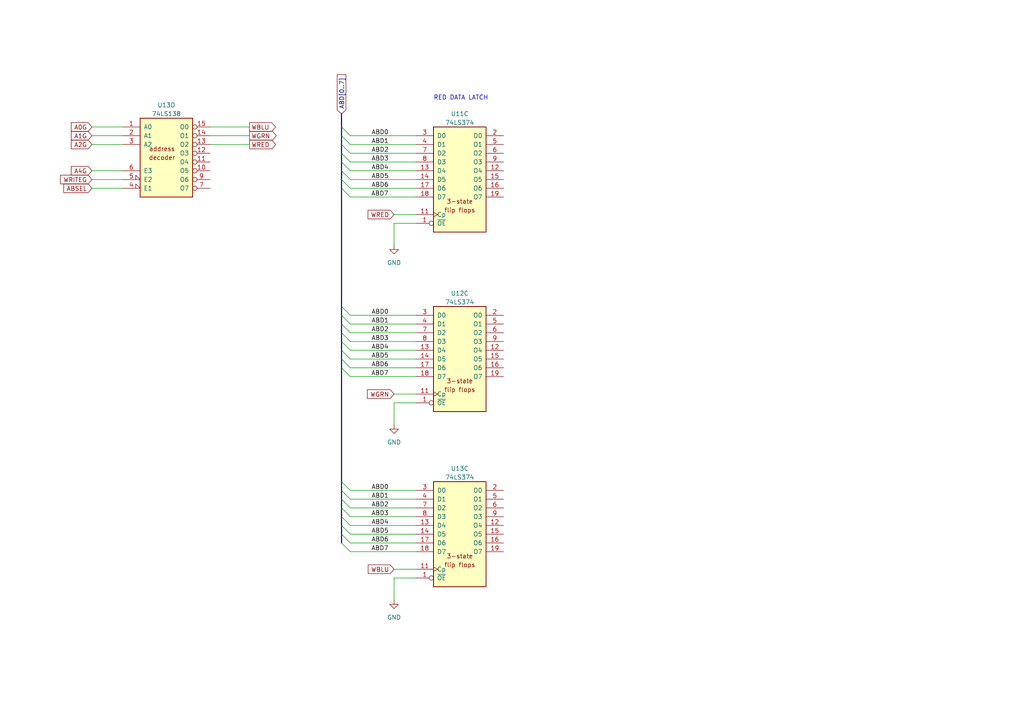
<source format=kicad_sch>
(kicad_sch (version 20230121) (generator eeschema)
  (paper "A4")
  (title_block (title "Exidy Universal Game Board II") (company "Anton Gale"))
  (lib_symbols
    (symbol "jt74:74LS138" (pin_names (offset 1.016))
      (property "Reference" "U" (at 6.35 11.43 0))
      (property "Value" "74LS138" (at 3.81 -13.97 0))
      (symbol "74LS138_0_0"
        (text "address" (at -1.27 1.27 0) (effects (font (size 1.27 1.27))))
        (text "decoder" (at -1.27 -1.27 0) (effects (font (size 1.27 1.27))))
      )
      (symbol "74LS138_1_0"
        (pin input line (at -12.7 7.62 0) (length 5.08) (name "A0") (number "1"))
        (pin output inverted (at 12.7 -5.08 180) (length 5.08) (name "O5") (number "10"))
        (pin output inverted (at 12.7 -2.54 180) (length 5.08) (name "O4") (number "11"))
        (pin output inverted (at 12.7 0 180) (length 5.08) (name "O3") (number "12"))
        (pin output inverted (at 12.7 2.54 180) (length 5.08) (name "O2") (number "13"))
        (pin output inverted (at 12.7 5.08 180) (length 5.08) (name "O1") (number "14"))
        (pin output inverted (at 12.7 7.62 180) (length 5.08) (name "O0") (number "15"))
        (pin input line (at -12.7 5.08 0) (length 5.08) (name "A1") (number "2"))
        (pin input line (at -12.7 2.54 0) (length 5.08) (name "A2") (number "3"))
        (pin input input_low (at -12.7 -10.16 0) (length 5.08) (name "E1") (number "4"))
        (pin input input_low (at -12.7 -7.62 0) (length 5.08) (name "E2") (number "5"))
        (pin input line (at -12.7 -5.08 0) (length 5.08) (name "E3") (number "6"))
        (pin output inverted (at 12.7 -10.16 180) (length 5.08) (name "O7") (number "7"))
        (pin output inverted (at 12.7 -7.62 180) (length 5.08) (name "O6") (number "9"))
      )
      (symbol "74LS138_1_1"
        (rectangle (start -7.62 10.16) (end 7.62 -12.7) (stroke (width 0.254)) (fill (type background)))
      )
    )
    (symbol "jt74:74LS374" (pin_names (offset 1.016))
      (property "Reference" "U" (at 0 1.27 0))
      (property "Value" "74LS374" (at 2.54 -13.97 0))
      (symbol "74LS374_0_0"
        (text "3-state" (at 0 -6.35 0) (effects (font (size 1.27 1.27))))
        (text "flip flops" (at 0 -8.89 0) (effects (font (size 1.27 1.27))))
      )
      (symbol "74LS374_1_0"
        (pin input inverted (at -12.7 -12.7 0) (length 5.08) (name "~{OE}") (number "1"))
        (pin input clock (at -12.7 -10.16 0) (length 5.08) (name "Cp") (number "11"))
        (pin tri_state line (at 12.7 2.54 180) (length 5.08) (name "O4") (number "12"))
        (pin input line (at -12.7 2.54 0) (length 5.08) (name "D4") (number "13"))
        (pin input line (at -12.7 0 0) (length 5.08) (name "D5") (number "14"))
        (pin tri_state line (at 12.7 0 180) (length 5.08) (name "O5") (number "15"))
        (pin tri_state line (at 12.7 -2.54 180) (length 5.08) (name "O6") (number "16"))
        (pin input line (at -12.7 -2.54 0) (length 5.08) (name "D6") (number "17"))
        (pin input line (at -12.7 -5.08 0) (length 5.08) (name "D7") (number "18"))
        (pin tri_state line (at 12.7 -5.08 180) (length 5.08) (name "O7") (number "19"))
        (pin tri_state line (at 12.7 12.7 180) (length 5.08) (name "O0") (number "2"))
        (pin input line (at -12.7 12.7 0) (length 5.08) (name "D0") (number "3"))
        (pin input line (at -12.7 10.16 0) (length 5.08) (name "D1") (number "4"))
        (pin tri_state line (at 12.7 10.16 180) (length 5.08) (name "O1") (number "5"))
        (pin tri_state line (at 12.7 7.62 180) (length 5.08) (name "O2") (number "6"))
        (pin input line (at -12.7 7.62 0) (length 5.08) (name "D2") (number "7"))
        (pin input line (at -12.7 5.08 0) (length 5.08) (name "D3") (number "8"))
        (pin tri_state line (at 12.7 5.08 180) (length 5.08) (name "O3") (number "9"))
      )
      (symbol "74LS374_1_1"
        (rectangle (start -7.62 15.24) (end 7.62 -15.24) (stroke (width 0.254)) (fill (type background)))
      )
    )
    (symbol "power:GND" (power) (pin_names (offset 0))
      (property "Value" "GND" (at 0 -3.81 0))
      (symbol "GND_0_1"
        (polyline (pts (xy 0 0) (xy 0 -1.27) (xy 1.27 -1.27) (xy 0 -2.54) (xy -1.27 -1.27) (xy 0 -1.27)))
      )
      (symbol "GND_1_1"
        (pin power_in line (at 0 0 270) (length 0) hide (name "GND") (number "1"))
      )
    )
  )
  (bus_entry (at 99.06 46.99) (size 2.54 2.54))
  (bus_entry (at 99.06 106.68) (size 2.54 2.54))
  (bus_entry (at 99.06 152.4) (size 2.54 2.54))
  (bus_entry (at 99.06 93.98) (size 2.54 2.54))
  (bus_entry (at 99.06 147.32) (size 2.54 2.54))
  (bus_entry (at 99.06 154.94) (size 2.54 2.54))
  (bus_entry (at 99.06 139.7) (size 2.54 2.54))
  (bus_entry (at 99.06 96.52) (size 2.54 2.54))
  (bus_entry (at 99.06 142.24) (size 2.54 2.54))
  (bus_entry (at 99.06 88.9) (size 2.54 2.54))
  (bus_entry (at 99.06 36.83) (size 2.54 2.54))
  (bus_entry (at 99.06 49.53) (size 2.54 2.54))
  (bus_entry (at 99.06 54.61) (size 2.54 2.54))
  (bus_entry (at 99.06 99.06) (size 2.54 2.54))
  (bus_entry (at 99.06 149.86) (size 2.54 2.54))
  (bus_entry (at 99.06 52.07) (size 2.54 2.54))
  (bus_entry (at 99.06 91.44) (size 2.54 2.54))
  (bus_entry (at 99.06 157.48) (size 2.54 2.54))
  (bus_entry (at 99.06 41.91) (size 2.54 2.54))
  (bus_entry (at 99.06 39.37) (size 2.54 2.54))
  (bus_entry (at 99.06 104.14) (size 2.54 2.54))
  (bus_entry (at 99.06 44.45) (size 2.54 2.54))
  (bus_entry (at 99.06 101.6) (size 2.54 2.54))
  (bus_entry (at 99.06 144.78) (size 2.54 2.54))
  (bus (pts (xy 99.06 142.24) (xy 99.06 144.78)))
  (wire (pts (xy 114.3 64.77) (xy 120.65 64.77)))
  (wire (pts (xy 120.65 39.37) (xy 101.6 39.37)))
  (bus (pts (xy 99.06 139.7) (xy 99.06 142.24)))
  (wire (pts (xy 120.65 157.48) (xy 101.6 157.48)))
  (bus (pts (xy 99.06 101.6) (xy 99.06 104.14)))
  (wire (pts (xy 120.65 62.23) (xy 114.3 62.23)))
  (wire (pts (xy 120.65 114.3) (xy 114.3 114.3)))
  (bus (pts (xy 99.06 104.14) (xy 99.06 106.68)))
  (bus (pts (xy 99.06 93.98) (xy 99.06 96.52)))
  (wire (pts (xy 120.65 93.98) (xy 101.6 93.98)))
  (wire (pts (xy 120.65 152.4) (xy 101.6 152.4)))
  (wire (pts (xy 120.65 101.6) (xy 101.6 101.6)))
  (wire (pts (xy 120.65 52.07) (xy 101.6 52.07)))
  (bus (pts (xy 99.06 41.91) (xy 99.06 44.45)))
  (bus (pts (xy 99.06 52.07) (xy 99.06 54.61)))
  (bus (pts (xy 99.06 149.86) (xy 99.06 152.4)))
  (wire (pts (xy 26.67 41.91) (xy 35.56 41.91)))
  (bus (pts (xy 99.06 147.32) (xy 99.06 149.86)))
  (bus (pts (xy 99.06 152.4) (xy 99.06 154.94)))
  (wire (pts (xy 114.3 116.84) (xy 120.65 116.84)))
  (wire (pts (xy 120.65 142.24) (xy 101.6 142.24)))
  (wire (pts (xy 60.96 39.37) (xy 72.39 39.37)))
  (wire (pts (xy 120.65 96.52) (xy 101.6 96.52)))
  (wire (pts (xy 114.3 116.84) (xy 114.3 123.19)))
  (bus (pts (xy 99.06 54.61) (xy 99.06 88.9)))
  (wire (pts (xy 120.65 149.86) (xy 101.6 149.86)))
  (bus (pts (xy 99.06 33.02) (xy 99.06 36.83)))
  (bus (pts (xy 99.06 49.53) (xy 99.06 52.07)))
  (wire (pts (xy 120.65 106.68) (xy 101.6 106.68)))
  (wire (pts (xy 114.3 64.77) (xy 114.3 71.12)))
  (wire (pts (xy 120.65 144.78) (xy 101.6 144.78)))
  (wire (pts (xy 120.65 160.02) (xy 101.6 160.02)))
  (wire (pts (xy 114.3 167.64) (xy 114.3 173.99)))
  (wire (pts (xy 120.65 147.32) (xy 101.6 147.32)))
  (bus (pts (xy 99.06 46.99) (xy 99.06 49.53)))
  (bus (pts (xy 99.06 44.45) (xy 99.06 46.99)))
  (bus (pts (xy 99.06 96.52) (xy 99.06 99.06)))
  (bus (pts (xy 99.06 99.06) (xy 99.06 101.6)))
  (bus (pts (xy 99.06 36.83) (xy 99.06 39.37)))
  (wire (pts (xy 120.65 46.99) (xy 101.6 46.99)))
  (wire (pts (xy 26.67 54.61) (xy 35.56 54.61)))
  (wire (pts (xy 120.65 99.06) (xy 101.6 99.06)))
  (wire (pts (xy 114.3 167.64) (xy 120.65 167.64)))
  (bus (pts (xy 99.06 91.44) (xy 99.06 93.98)))
  (wire (pts (xy 120.65 49.53) (xy 101.6 49.53)))
  (wire (pts (xy 26.67 49.53) (xy 35.56 49.53)))
  (wire (pts (xy 120.65 109.22) (xy 101.6 109.22)))
  (wire (pts (xy 120.65 41.91) (xy 101.6 41.91)))
  (wire (pts (xy 60.96 36.83) (xy 72.39 36.83)))
  (wire (pts (xy 26.67 52.07) (xy 35.56 52.07)))
  (wire (pts (xy 120.65 165.1) (xy 114.3 165.1)))
  (wire (pts (xy 120.65 54.61) (xy 101.6 54.61)))
  (wire (pts (xy 60.96 41.91) (xy 72.39 41.91)))
  (wire (pts (xy 120.65 104.14) (xy 101.6 104.14)))
  (bus (pts (xy 99.06 88.9) (xy 99.06 91.44)))
  (wire (pts (xy 120.65 57.15) (xy 101.6 57.15)))
  (wire (pts (xy 120.65 91.44) (xy 101.6 91.44)))
  (bus (pts (xy 99.06 144.78) (xy 99.06 147.32)))
  (bus (pts (xy 99.06 39.37) (xy 99.06 41.91)))
  (wire (pts (xy 26.67 39.37) (xy 35.56 39.37)))
  (wire (pts (xy 26.67 36.83) (xy 35.56 36.83)))
  (wire (pts (xy 120.65 44.45) (xy 101.6 44.45)))
  (bus (pts (xy 99.06 106.68) (xy 99.06 139.7)))
  (wire (pts (xy 120.65 154.94) (xy 101.6 154.94)))
  (bus (pts (xy 99.06 154.94) (xy 99.06 157.48)))
  (text "RED DATA LATCH" (at 125.73 29.21 0) (effects (font (size 1.27 1.27)) (justify left bottom)))
  (label "ABD4" (at 107.724 152.4 0))
  (label "ABD7" (at 107.6518 57.15 0))
  (label "ABD6" (at 107.724 157.48 0))
  (label "ABD3" (at 107.724 149.86 0))
  (label "ABD6" (at 107.724 54.61 0))
  (label "ABD1" (at 107.724 144.78 0))
  (label "ABD4" (at 107.724 49.53 0))
  (label "ABD5" (at 107.724 52.07 0))
  (label "ABD5" (at 107.724 154.94 0))
  (label "ABD5" (at 107.724 104.14 0))
  (label "ABD2" (at 107.724 147.32 0))
  (label "ABD0" (at 107.724 39.37 0))
  (label "ABD0" (at 107.724 91.44 0))
  (label "ABD7" (at 107.6518 160.02 0))
  (label "ABD0" (at 107.724 142.24 0))
  (label "ABD3" (at 107.724 99.06 0))
  (label "ABD7" (at 107.6518 109.22 0))
  (label "ABD1" (at 107.724 41.91 0))
  (label "ABD3" (at 107.724 46.99 0))
  (label "ABD4" (at 107.724 101.6 0))
  (label "ABD2" (at 107.724 44.45 0))
  (label "ABD2" (at 107.724 96.52 0))
  (label "ABD1" (at 107.724 93.98 0))
  (label "ABD6" (at 107.724 106.68 0))
  (global_label "WBLU" (shape output) (at 72.39 36.83 0) (property "Intersheetrefs" "${INTERSHEET_REFS}" (effects hide)))
  (global_label "WRITEG" (shape input) (at 26.67 52.07 180) (property "Intersheetrefs" "${INTERSHEET_REFS}" (effects hide)))
  (global_label "A2G" (shape input) (at 26.67 41.91 180) (property "Intersheetrefs" "${INTERSHEET_REFS}" (effects hide)))
  (global_label "WGRN" (shape input) (at 114.3 114.3 180) (property "Intersheetrefs" "${INTERSHEET_REFS}" (effects hide)))
  (global_label "WRED" (shape input) (at 114.3 62.23 180) (property "Intersheetrefs" "${INTERSHEET_REFS}" (effects hide)))
  (global_label "WGRN" (shape output) (at 72.39 39.37 0) (property "Intersheetrefs" "${INTERSHEET_REFS}" (effects hide)))
  (global_label "WRED" (shape output) (at 72.39 41.91 0) (property "Intersheetrefs" "${INTERSHEET_REFS}" (effects hide)))
  (global_label "ABD[0..7]" (shape input) (at 99.06 33.02 90) (property "Intersheetrefs" "${INTERSHEET_REFS}" (effects hide)))
  (global_label "A4G" (shape input) (at 26.67 49.53 180) (property "Intersheetrefs" "${INTERSHEET_REFS}" (effects hide)))
  (global_label "ABSEL" (shape input) (at 26.67 54.61 180) (property "Intersheetrefs" "${INTERSHEET_REFS}" (effects hide)))
  (global_label "WBLU" (shape input) (at 114.3 165.1 180) (property "Intersheetrefs" "${INTERSHEET_REFS}" (effects hide)))
  (global_label "A1G" (shape input) (at 26.67 39.37 180) (property "Intersheetrefs" "${INTERSHEET_REFS}" (effects hide)))
  (global_label "A0G" (shape input) (at 26.67 36.83 180) (property "Intersheetrefs" "${INTERSHEET_REFS}" (effects hide)))
  (symbol (lib_id "jt74:74LS374") (at 133.35 154.94 0) (unit 1)
    (property "Reference" "U13C" (at 133.35 135.89 0))
    (property "Value" "74LS374" (at 133.35 138.43 0))
    (property "Datasheet" "http://www.ti.com/lit/gpn/sn74LS374" (effects hide))
  )
  (symbol (lib_id "power:GND") (at 114.3 71.12 0) (unit 1)
    (property "Reference" "#PWR032" (effects hide))
    (property "Value" "GND" (at 114.3 76.2 0))
    (instances (project "exidy2" (path "" (reference "#PWR032") (unit 1)) (path "" (reference "#PWR092") (unit 1)) (path "" (reference "#PWR0112") (unit 1)) (path "" (reference "#PWR0134") (unit 1))))
  )
  (symbol (lib_id "jt74:74LS374") (at 133.35 52.07 0) (unit 1)
    (property "Reference" "U11C" (at 133.35 33.02 0))
    (property "Value" "74LS374" (at 133.35 35.56 0))
    (property "Datasheet" "http://www.ti.com/lit/gpn/sn74LS374" (effects hide))
  )
  (symbol (lib_id "power:GND") (at 114.3 123.19 0) (unit 1)
    (property "Reference" "#PWR032" (effects hide))
    (property "Value" "GND" (at 114.3 128.27 0))
    (instances (project "exidy2" (path "" (reference "#PWR032") (unit 1)) (path "" (reference "#PWR092") (unit 1)) (path "" (reference "#PWR0112") (unit 1)) (path "" (reference "#PWR0135") (unit 1))))
  )
  (symbol (lib_id "jt74:74LS374") (at 133.35 104.14 0) (unit 1)
    (property "Reference" "U12C" (at 133.35 85.09 0))
    (property "Value" "74LS374" (at 133.35 87.63 0))
    (property "Datasheet" "http://www.ti.com/lit/gpn/sn74LS374" (effects hide))
  )
  (symbol (lib_id "jt74:74LS138") (at 48.26 44.45 0) (unit 1)
    (property "Reference" "U13D" (at 48.26 30.48 0))
    (property "Value" "74LS138" (at 48.26 33.02 0))
    (property "Datasheet" "http://www.ti.com/lit/gpn/sn74LS138" (effects hide))
  )
  (symbol (lib_id "power:GND") (at 114.3 173.99 0) (unit 1)
    (property "Reference" "#PWR032" (effects hide))
    (property "Value" "GND" (at 114.3 179.07 0))
    (instances (project "exidy2" (path "" (reference "#PWR032") (unit 1)) (path "" (reference "#PWR092") (unit 1)) (path "" (reference "#PWR0112") (unit 1)) (path "" (reference "#PWR0136") (unit 1))))
  )
)
</source>
